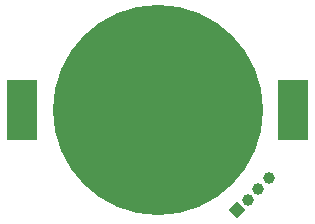
<source format=gbr>
%TF.GenerationSoftware,KiCad,Pcbnew,7.0.7*%
%TF.CreationDate,2024-03-31T22:15:49-04:00*%
%TF.ProjectId,battery_leds,62617474-6572-4795-9f6c-6564732e6b69,rev?*%
%TF.SameCoordinates,Original*%
%TF.FileFunction,Copper,L2,Bot*%
%TF.FilePolarity,Positive*%
%FSLAX46Y46*%
G04 Gerber Fmt 4.6, Leading zero omitted, Abs format (unit mm)*
G04 Created by KiCad (PCBNEW 7.0.7) date 2024-03-31 22:15:49*
%MOMM*%
%LPD*%
G01*
G04 APERTURE LIST*
G04 Aperture macros list*
%AMHorizOval*
0 Thick line with rounded ends*
0 $1 width*
0 $2 $3 position (X,Y) of the first rounded end (center of the circle)*
0 $4 $5 position (X,Y) of the second rounded end (center of the circle)*
0 Add line between two ends*
20,1,$1,$2,$3,$4,$5,0*
0 Add two circle primitives to create the rounded ends*
1,1,$1,$2,$3*
1,1,$1,$4,$5*%
%AMRotRect*
0 Rectangle, with rotation*
0 The origin of the aperture is its center*
0 $1 length*
0 $2 width*
0 $3 Rotation angle, in degrees counterclockwise*
0 Add horizontal line*
21,1,$1,$2,0,0,$3*%
G04 Aperture macros list end*
%TA.AperFunction,ComponentPad*%
%ADD10RotRect,1.000000X1.000000X135.000000*%
%TD*%
%TA.AperFunction,ComponentPad*%
%ADD11HorizOval,1.000000X0.000000X0.000000X0.000000X0.000000X0*%
%TD*%
%TA.AperFunction,SMDPad,CuDef*%
%ADD12R,2.500000X5.100000*%
%TD*%
%TA.AperFunction,SMDPad,CuDef*%
%ADD13C,17.800000*%
%TD*%
G04 APERTURE END LIST*
D10*
%TO.P,J2,1,Pin_1*%
%TO.N,DONE*%
X219803949Y-102096051D03*
D11*
%TO.P,J2,2,Pin_2*%
%TO.N,GND*%
X220701975Y-101198025D03*
%TO.P,J2,3,Pin_3*%
%TO.N,+3.3V*%
X221600000Y-100300000D03*
%TO.P,J2,4,Pin_4*%
%TO.N,SWIO*%
X222498026Y-99401974D03*
%TD*%
D12*
%TO.P,BT1,P2*%
%TO.N,N/C*%
X224500000Y-93600000D03*
%TO.P,BT1,P1*%
X201600000Y-93600000D03*
D13*
%TO.P,BT1,N1*%
X213050000Y-93600000D03*
%TD*%
M02*

</source>
